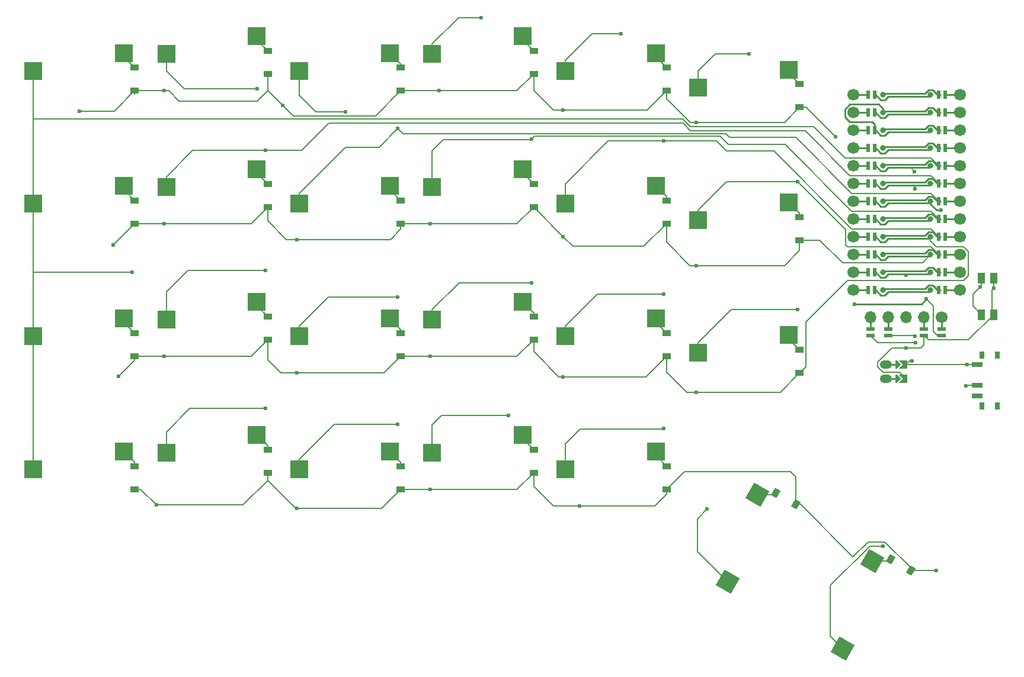
<source format=gbr>
%TF.GenerationSoftware,KiCad,Pcbnew,9.0.2*%
%TF.CreationDate,2025-06-21T10:35:40+08:00*%
%TF.ProjectId,eggada50_wireless_manually_routed,65676761-6461-4353-905f-776972656c65,0.2*%
%TF.SameCoordinates,Original*%
%TF.FileFunction,Copper,L2,Bot*%
%TF.FilePolarity,Positive*%
%FSLAX46Y46*%
G04 Gerber Fmt 4.6, Leading zero omitted, Abs format (unit mm)*
G04 Created by KiCad (PCBNEW 9.0.2) date 2025-06-21 10:35:40*
%MOMM*%
%LPD*%
G01*
G04 APERTURE LIST*
G04 Aperture macros list*
%AMRotRect*
0 Rectangle, with rotation*
0 The origin of the aperture is its center*
0 $1 length*
0 $2 width*
0 $3 Rotation angle, in degrees counterclockwise*
0 Add horizontal line*
21,1,$1,$2,0,0,$3*%
%AMFreePoly0*
4,1,6,0.600000,-1.000000,0.000000,-0.400000,-0.600000,-1.000000,-0.600000,0.250000,0.600000,0.250000,0.600000,-1.000000,0.600000,-1.000000,$1*%
%AMFreePoly1*
4,1,6,0.600000,-0.200000,0.600000,-0.400000,-0.600000,-0.400000,-0.600000,-0.200000,0.000000,0.400000,0.600000,-0.200000,0.600000,-0.200000,$1*%
G04 Aperture macros list end*
%TA.AperFunction,ComponentPad*%
%ADD10O,1.700000X1.700000*%
%TD*%
%TA.AperFunction,ComponentPad*%
%ADD11C,1.700000*%
%TD*%
%TA.AperFunction,SMDPad,CuDef*%
%ADD12R,1.200000X0.600000*%
%TD*%
%TA.AperFunction,SMDPad,CuDef*%
%ADD13R,0.800000X1.000000*%
%TD*%
%TA.AperFunction,SMDPad,CuDef*%
%ADD14R,1.500000X0.700000*%
%TD*%
%TA.AperFunction,SMDPad,CuDef*%
%ADD15R,0.600000X1.200000*%
%TD*%
%TA.AperFunction,ComponentPad*%
%ADD16C,0.800000*%
%TD*%
%TA.AperFunction,SMDPad,CuDef*%
%ADD17FreePoly0,270.000000*%
%TD*%
%TA.AperFunction,ComponentPad*%
%ADD18O,1.750000X1.200000*%
%TD*%
%TA.AperFunction,SMDPad,CuDef*%
%ADD19FreePoly1,270.000000*%
%TD*%
%TA.AperFunction,SMDPad,CuDef*%
%ADD20R,1.000000X1.550000*%
%TD*%
%TA.AperFunction,SMDPad,CuDef*%
%ADD21R,1.200000X0.900000*%
%TD*%
%TA.AperFunction,SMDPad,CuDef*%
%ADD22R,2.550000X2.500000*%
%TD*%
%TA.AperFunction,SMDPad,CuDef*%
%ADD23RotRect,0.900000X1.200000X150.000000*%
%TD*%
%TA.AperFunction,SMDPad,CuDef*%
%ADD24RotRect,2.550000X2.500000X60.000000*%
%TD*%
%TA.AperFunction,ViaPad*%
%ADD25C,0.600000*%
%TD*%
%TA.AperFunction,Conductor*%
%ADD26C,0.200000*%
%TD*%
%TA.AperFunction,Conductor*%
%ADD27C,0.250000*%
%TD*%
G04 APERTURE END LIST*
D10*
%TO.P,DISP1,1*%
%TO.N,DISP1_1*%
X212567000Y-75700000D03*
%TO.P,DISP1,2*%
%TO.N,DISP1_2*%
X215107000Y-75700000D03*
%TO.P,DISP1,3*%
%TO.N,VCC*%
X217647000Y-75700000D03*
%TO.P,DISP1,4*%
%TO.N,DISP1_4*%
X220187000Y-75700000D03*
D11*
%TO.P,DISP1,5*%
%TO.N,DISP1_5*%
X222727000Y-75700000D03*
D12*
%TO.P,DISP1,20*%
%TO.N,CS*%
X222727000Y-78350000D03*
%TO.P,DISP1,21*%
%TO.N,GND*%
X220187000Y-78350000D03*
%TO.P,DISP1,22*%
%TO.N,SCL*%
X215107000Y-78350000D03*
%TO.P,DISP1,23*%
%TO.N,SDA*%
X212567000Y-78350000D03*
%TO.P,DISP1,24*%
%TO.N,DISP1_5*%
X222727000Y-77450000D03*
%TO.P,DISP1,25*%
%TO.N,DISP1_4*%
X220187000Y-77450000D03*
%TO.P,DISP1,26*%
%TO.N,DISP1_2*%
X215107000Y-77450000D03*
%TO.P,DISP1,27*%
%TO.N,DISP1_1*%
X212567000Y-77450000D03*
%TD*%
D13*
%TO.P,PWR1,*%
%TO.N,*%
X228415000Y-81100000D03*
X228415000Y-88400000D03*
X230625000Y-81100000D03*
X230625000Y-88400000D03*
D14*
%TO.P,PWR1,1*%
%TO.N,BAT_P*%
X227765000Y-82500000D03*
%TO.P,PWR1,2*%
%TO.N,RAW*%
X227765000Y-85500000D03*
%TO.P,PWR1,3*%
%TO.N,N/C*%
X227765000Y-87000000D03*
%TD*%
D15*
%TO.P,MCU1,1*%
%TO.N,MCU1_1*%
X223184000Y-43920000D03*
D11*
X225324000Y-43920000D03*
D15*
%TO.P,MCU1,2*%
%TO.N,MCU1_2*%
X223184000Y-46460000D03*
D11*
X225324000Y-46460000D03*
D15*
%TO.P,MCU1,3*%
%TO.N,MCU1_3*%
X223184000Y-49000000D03*
D11*
X225324000Y-49000000D03*
D15*
%TO.P,MCU1,4*%
%TO.N,MCU1_4*%
X223184000Y-51540000D03*
D11*
X225324000Y-51540000D03*
D15*
%TO.P,MCU1,5*%
%TO.N,MCU1_5*%
X223184000Y-54080000D03*
D11*
X225324000Y-54080000D03*
D15*
%TO.P,MCU1,6*%
%TO.N,MCU1_6*%
X223184000Y-56620000D03*
D11*
X225324000Y-56620000D03*
D15*
%TO.P,MCU1,7*%
%TO.N,MCU1_7*%
X223184000Y-59160000D03*
D11*
X225324000Y-59160000D03*
D15*
%TO.P,MCU1,8*%
%TO.N,MCU1_8*%
X223184000Y-61700000D03*
D11*
X225324000Y-61700000D03*
D15*
%TO.P,MCU1,9*%
%TO.N,MCU1_9*%
X223184000Y-64240000D03*
D11*
X225324000Y-64240000D03*
D15*
%TO.P,MCU1,10*%
%TO.N,MCU1_10*%
X223184000Y-66780000D03*
D11*
X225324000Y-66780000D03*
D15*
%TO.P,MCU1,11*%
%TO.N,MCU1_11*%
X223184000Y-69320000D03*
D11*
X225324000Y-69320000D03*
D15*
%TO.P,MCU1,12*%
%TO.N,MCU1_12*%
X223184000Y-71860000D03*
D11*
X225324000Y-71860000D03*
%TO.P,MCU1,13*%
%TO.N,MCU1_13*%
X210084000Y-71860000D03*
D15*
X212224000Y-71860000D03*
D11*
%TO.P,MCU1,14*%
%TO.N,MCU1_14*%
X210084000Y-69320000D03*
D15*
X212224000Y-69320000D03*
D11*
%TO.P,MCU1,15*%
%TO.N,MCU1_15*%
X210084000Y-66780000D03*
D15*
X212224000Y-66780000D03*
D11*
%TO.P,MCU1,16*%
%TO.N,MCU1_16*%
X210084000Y-64240000D03*
D15*
X212224000Y-64240000D03*
D11*
%TO.P,MCU1,17*%
%TO.N,MCU1_17*%
X210084000Y-61700000D03*
D15*
X212224000Y-61700000D03*
D11*
%TO.P,MCU1,18*%
%TO.N,MCU1_18*%
X210084000Y-59160000D03*
D15*
X212224000Y-59160000D03*
D11*
%TO.P,MCU1,19*%
%TO.N,MCU1_19*%
X210084000Y-56620000D03*
D15*
X212224000Y-56620000D03*
D11*
%TO.P,MCU1,20*%
%TO.N,MCU1_20*%
X210084000Y-54080000D03*
D15*
X212224000Y-54080000D03*
D11*
%TO.P,MCU1,21*%
%TO.N,MCU1_21*%
X210084000Y-51540000D03*
D15*
X212224000Y-51540000D03*
D11*
%TO.P,MCU1,22*%
%TO.N,MCU1_22*%
X210084000Y-49000000D03*
D15*
X212224000Y-49000000D03*
D11*
%TO.P,MCU1,23*%
%TO.N,MCU1_23*%
X210084000Y-46460000D03*
D15*
X212224000Y-46460000D03*
D11*
%TO.P,MCU1,24*%
%TO.N,MCU1_24*%
X210084000Y-43920000D03*
D15*
X212224000Y-43920000D03*
%TO.P,MCU1,101*%
%TO.N,LED*%
X213124000Y-43920000D03*
D16*
X221104000Y-43920000D03*
D15*
%TO.P,MCU1,102*%
%TO.N,DAT*%
X213124000Y-46460000D03*
D16*
X221104000Y-46460000D03*
D15*
%TO.P,MCU1,103*%
%TO.N,GND*%
X213124000Y-49000000D03*
D16*
X221104000Y-49000000D03*
D15*
%TO.P,MCU1,104*%
X213124000Y-51540000D03*
D16*
X221104000Y-51540000D03*
D15*
%TO.P,MCU1,105*%
%TO.N,SDA*%
X213124000Y-54080000D03*
D16*
X221104000Y-54080000D03*
D15*
%TO.P,MCU1,106*%
%TO.N,SCL*%
X213124000Y-56620000D03*
D16*
X221104000Y-56620000D03*
D15*
%TO.P,MCU1,107*%
%TO.N,CS*%
X213124000Y-59160000D03*
D16*
X221104000Y-59160000D03*
D15*
%TO.P,MCU1,108*%
%TO.N,R0*%
X213124000Y-61700000D03*
D16*
X221104000Y-61700000D03*
D15*
%TO.P,MCU1,109*%
%TO.N,R1*%
X213124000Y-64240000D03*
D16*
X221104000Y-64240000D03*
D15*
%TO.P,MCU1,110*%
%TO.N,R2*%
X213124000Y-66780000D03*
D16*
X221104000Y-66780000D03*
D15*
%TO.P,MCU1,111*%
%TO.N,R3*%
X213124000Y-69320000D03*
D16*
X221104000Y-69320000D03*
D15*
%TO.P,MCU1,112*%
%TO.N,P9*%
X213124000Y-71860000D03*
D16*
X221104000Y-71860000D03*
%TO.P,MCU1,113*%
%TO.N,P10*%
X214304000Y-71860000D03*
D15*
X222284000Y-71860000D03*
D16*
%TO.P,MCU1,114*%
%TO.N,C6*%
X214304000Y-69320000D03*
D15*
X222284000Y-69320000D03*
D16*
%TO.P,MCU1,115*%
%TO.N,C5*%
X214304000Y-66780000D03*
D15*
X222284000Y-66780000D03*
D16*
%TO.P,MCU1,116*%
%TO.N,C4*%
X214304000Y-64240000D03*
D15*
X222284000Y-64240000D03*
D16*
%TO.P,MCU1,117*%
%TO.N,C3*%
X214304000Y-61700000D03*
D15*
X222284000Y-61700000D03*
D16*
%TO.P,MCU1,118*%
%TO.N,C2*%
X214304000Y-59160000D03*
D15*
X222284000Y-59160000D03*
D16*
%TO.P,MCU1,119*%
%TO.N,C1*%
X214304000Y-56620000D03*
D15*
X222284000Y-56620000D03*
D16*
%TO.P,MCU1,120*%
%TO.N,C0*%
X214304000Y-54080000D03*
D15*
X222284000Y-54080000D03*
D16*
%TO.P,MCU1,121*%
%TO.N,VCC*%
X214304000Y-51540000D03*
D15*
X222284000Y-51540000D03*
D16*
%TO.P,MCU1,122*%
%TO.N,RST*%
X214304000Y-49000000D03*
D15*
X222284000Y-49000000D03*
D16*
%TO.P,MCU1,123*%
%TO.N,GND*%
X214304000Y-46460000D03*
D15*
X222284000Y-46460000D03*
D16*
%TO.P,MCU1,124*%
%TO.N,RAW*%
X214304000Y-43920000D03*
D15*
X222284000Y-43920000D03*
%TD*%
D17*
%TO.P,JST1,1*%
%TO.N,BAT_P*%
X217566000Y-82500000D03*
%TO.P,JST1,2*%
%TO.N,GND*%
X217566000Y-84500000D03*
D18*
%TO.P,JST1,11*%
%TO.N,JST1_1*%
X214750000Y-84500000D03*
%TO.P,JST1,12*%
%TO.N,JST1_2*%
X214750000Y-82500000D03*
D19*
%TO.P,JST1,31*%
%TO.N,JST1_1*%
X216550000Y-84500000D03*
%TO.P,JST1,32*%
%TO.N,JST1_2*%
X216550000Y-82500000D03*
%TD*%
D20*
%TO.P,RST1,1*%
%TO.N,GND*%
X230100000Y-70125000D03*
%TO.P,RST1,2*%
%TO.N,RST*%
X228400000Y-70125000D03*
%TO.P,RST1,3*%
%TO.N,GND*%
X230100000Y-75375000D03*
%TO.P,RST1,4*%
%TO.N,RST*%
X228400000Y-75375000D03*
%TD*%
D21*
%TO.P,D12,1*%
%TO.N,R3*%
X145400000Y-43325000D03*
%TO.P,D12,2*%
%TO.N,ring_top_B*%
X145400000Y-40025000D03*
%TD*%
D22*
%TO.P,S23,1*%
%TO.N,C5*%
X187915000Y-42835000D03*
%TO.P,S23,2*%
%TO.N,inner_top_B*%
X200842000Y-40295000D03*
%TD*%
D21*
%TO.P,D21,1*%
%TO.N,R1*%
X202400000Y-83700000D03*
%TO.P,D21,2*%
%TO.N,inner_bottom_B*%
X202400000Y-80400000D03*
%TD*%
D22*
%TO.P,S22,1*%
%TO.N,C5*%
X187915000Y-61835000D03*
%TO.P,S22,2*%
%TO.N,inner_home_B*%
X200842000Y-59295000D03*
%TD*%
D23*
%TO.P,D24,1*%
%TO.N,R0*%
X201831458Y-102493912D03*
%TO.P,D24,2*%
%TO.N,tucky_default_B*%
X198973574Y-100843912D03*
%TD*%
D21*
%TO.P,D9,1*%
%TO.N,R0*%
X145400000Y-100325000D03*
%TO.P,D9,2*%
%TO.N,ring_mod_B*%
X145400000Y-97025000D03*
%TD*%
%TO.P,D3,1*%
%TO.N,R2*%
X107400000Y-62325000D03*
%TO.P,D3,2*%
%TO.N,outer_home_B*%
X107400000Y-59025000D03*
%TD*%
D22*
%TO.P,S9,1*%
%TO.N,C2*%
X130915000Y-97460000D03*
%TO.P,S9,2*%
%TO.N,ring_mod_B*%
X143842000Y-94920000D03*
%TD*%
%TO.P,S17,1*%
%TO.N,C4*%
X168915000Y-97460000D03*
%TO.P,S17,2*%
%TO.N,index_mod_B*%
X181842000Y-94920000D03*
%TD*%
%TO.P,S7,1*%
%TO.N,C1*%
X111915000Y-57085000D03*
%TO.P,S7,2*%
%TO.N,pinky_home_B*%
X124842000Y-54545000D03*
%TD*%
D21*
%TO.P,D20,1*%
%TO.N,R3*%
X183400000Y-43325000D03*
%TO.P,D20,2*%
%TO.N,index_top_B*%
X183400000Y-40025000D03*
%TD*%
D22*
%TO.P,S10,1*%
%TO.N,C2*%
X130915000Y-78460000D03*
%TO.P,S10,2*%
%TO.N,ring_bottom_B*%
X143842000Y-75920000D03*
%TD*%
%TO.P,S5,1*%
%TO.N,C1*%
X111915000Y-95085000D03*
%TO.P,S5,2*%
%TO.N,pinky_mod_B*%
X124842000Y-92545000D03*
%TD*%
%TO.P,S4,1*%
%TO.N,C0*%
X92915000Y-40460000D03*
%TO.P,S4,2*%
%TO.N,outer_top_B*%
X105842000Y-37920000D03*
%TD*%
%TO.P,S1,1*%
%TO.N,C0*%
X92915000Y-97460000D03*
%TO.P,S1,2*%
%TO.N,outer_mod_B*%
X105842000Y-94920000D03*
%TD*%
D21*
%TO.P,D17,1*%
%TO.N,R0*%
X183400000Y-100325000D03*
%TO.P,D17,2*%
%TO.N,index_mod_B*%
X183400000Y-97025000D03*
%TD*%
D22*
%TO.P,S14,1*%
%TO.N,C3*%
X149915000Y-76085000D03*
%TO.P,S14,2*%
%TO.N,middle_bottom_B*%
X162842000Y-73545000D03*
%TD*%
%TO.P,S13,1*%
%TO.N,C3*%
X149915000Y-95085000D03*
%TO.P,S13,2*%
%TO.N,middle_mod_B*%
X162842000Y-92545000D03*
%TD*%
D21*
%TO.P,D6,1*%
%TO.N,R1*%
X126400000Y-78950000D03*
%TO.P,D6,2*%
%TO.N,pinky_bottom_B*%
X126400000Y-75650000D03*
%TD*%
D22*
%TO.P,S3,1*%
%TO.N,C0*%
X92915000Y-59460000D03*
%TO.P,S3,2*%
%TO.N,outer_home_B*%
X105842000Y-56920000D03*
%TD*%
D21*
%TO.P,D10,1*%
%TO.N,R1*%
X145400000Y-81325000D03*
%TO.P,D10,2*%
%TO.N,ring_bottom_B*%
X145400000Y-78025000D03*
%TD*%
D22*
%TO.P,S15,1*%
%TO.N,C3*%
X149915000Y-57085000D03*
%TO.P,S15,2*%
%TO.N,middle_home_B*%
X162842000Y-54545000D03*
%TD*%
D21*
%TO.P,D15,1*%
%TO.N,R2*%
X164400000Y-59950000D03*
%TO.P,D15,2*%
%TO.N,middle_home_B*%
X164400000Y-56650000D03*
%TD*%
%TO.P,D5,1*%
%TO.N,R0*%
X126400000Y-97950000D03*
%TO.P,D5,2*%
%TO.N,pinky_mod_B*%
X126400000Y-94650000D03*
%TD*%
%TO.P,D22,1*%
%TO.N,R2*%
X202400000Y-64700000D03*
%TO.P,D22,2*%
%TO.N,inner_home_B*%
X202400000Y-61400000D03*
%TD*%
D24*
%TO.P,S25,1*%
%TO.N,C6*%
X208562278Y-123105790D03*
%TO.P,S25,2*%
%TO.N,reachy_default_B*%
X212826074Y-110640680D03*
%TD*%
D22*
%TO.P,S12,1*%
%TO.N,C2*%
X130915000Y-40460000D03*
%TO.P,S12,2*%
%TO.N,ring_top_B*%
X143842000Y-37920000D03*
%TD*%
%TO.P,S21,1*%
%TO.N,C5*%
X187915000Y-80835000D03*
%TO.P,S21,2*%
%TO.N,inner_bottom_B*%
X200842000Y-78295000D03*
%TD*%
D21*
%TO.P,D7,1*%
%TO.N,R2*%
X126400000Y-59950000D03*
%TO.P,D7,2*%
%TO.N,pinky_home_B*%
X126400000Y-56650000D03*
%TD*%
D22*
%TO.P,S16,1*%
%TO.N,C3*%
X149915000Y-38085000D03*
%TO.P,S16,2*%
%TO.N,middle_top_B*%
X162842000Y-35545000D03*
%TD*%
%TO.P,S20,1*%
%TO.N,C4*%
X168915000Y-40460000D03*
%TO.P,S20,2*%
%TO.N,index_top_B*%
X181842000Y-37920000D03*
%TD*%
D24*
%TO.P,S24,1*%
%TO.N,C5*%
X192107795Y-113605790D03*
%TO.P,S24,2*%
%TO.N,tucky_default_B*%
X196371591Y-101140680D03*
%TD*%
D21*
%TO.P,D16,1*%
%TO.N,R3*%
X164400000Y-40950000D03*
%TO.P,D16,2*%
%TO.N,middle_top_B*%
X164400000Y-37650000D03*
%TD*%
D22*
%TO.P,S8,1*%
%TO.N,C1*%
X111915000Y-38085000D03*
%TO.P,S8,2*%
%TO.N,pinky_top_B*%
X124842000Y-35545000D03*
%TD*%
D21*
%TO.P,D18,1*%
%TO.N,R1*%
X183400000Y-81325000D03*
%TO.P,D18,2*%
%TO.N,index_bottom_B*%
X183400000Y-78025000D03*
%TD*%
%TO.P,D23,1*%
%TO.N,R3*%
X202400000Y-45700000D03*
%TO.P,D23,2*%
%TO.N,inner_top_B*%
X202400000Y-42400000D03*
%TD*%
D22*
%TO.P,S2,1*%
%TO.N,C0*%
X92915000Y-78460000D03*
%TO.P,S2,2*%
%TO.N,outer_bottom_B*%
X105842000Y-75920000D03*
%TD*%
D21*
%TO.P,D11,1*%
%TO.N,R2*%
X145400000Y-62325000D03*
%TO.P,D11,2*%
%TO.N,ring_home_B*%
X145400000Y-59025000D03*
%TD*%
D22*
%TO.P,S19,1*%
%TO.N,C4*%
X168915000Y-59460000D03*
%TO.P,S19,2*%
%TO.N,index_home_B*%
X181842000Y-56920000D03*
%TD*%
D21*
%TO.P,D8,1*%
%TO.N,R3*%
X126400000Y-40950000D03*
%TO.P,D8,2*%
%TO.N,pinky_top_B*%
X126400000Y-37650000D03*
%TD*%
D22*
%TO.P,S18,1*%
%TO.N,C4*%
X168915000Y-78460000D03*
%TO.P,S18,2*%
%TO.N,index_bottom_B*%
X181842000Y-75920000D03*
%TD*%
D21*
%TO.P,D4,1*%
%TO.N,R3*%
X107400000Y-43325000D03*
%TO.P,D4,2*%
%TO.N,outer_top_B*%
X107400000Y-40025000D03*
%TD*%
D22*
%TO.P,S6,1*%
%TO.N,C1*%
X111915000Y-76085000D03*
%TO.P,S6,2*%
%TO.N,pinky_bottom_B*%
X124842000Y-73545000D03*
%TD*%
%TO.P,S11,1*%
%TO.N,C2*%
X130915000Y-59460000D03*
%TO.P,S11,2*%
%TO.N,ring_home_B*%
X143842000Y-56920000D03*
%TD*%
D21*
%TO.P,D1,1*%
%TO.N,R0*%
X107400000Y-100325000D03*
%TO.P,D1,2*%
%TO.N,outer_mod_B*%
X107400000Y-97025000D03*
%TD*%
%TO.P,D19,1*%
%TO.N,R2*%
X183400000Y-62325000D03*
%TO.P,D19,2*%
%TO.N,index_home_B*%
X183400000Y-59025000D03*
%TD*%
%TO.P,D2,1*%
%TO.N,R1*%
X107400000Y-81325000D03*
%TO.P,D2,2*%
%TO.N,outer_bottom_B*%
X107400000Y-78025000D03*
%TD*%
%TO.P,D13,1*%
%TO.N,R0*%
X164400000Y-97950000D03*
%TO.P,D13,2*%
%TO.N,middle_mod_B*%
X164400000Y-94650000D03*
%TD*%
%TO.P,D14,1*%
%TO.N,R1*%
X164400000Y-78950000D03*
%TO.P,D14,2*%
%TO.N,middle_bottom_B*%
X164400000Y-75650000D03*
%TD*%
D23*
%TO.P,D25,1*%
%TO.N,R0*%
X218285941Y-111993912D03*
%TO.P,D25,2*%
%TO.N,reachy_default_B*%
X215428057Y-110343912D03*
%TD*%
D25*
%TO.N,C0*%
X106999000Y-69320000D03*
%TO.N,GND*%
X230120000Y-71590000D03*
X217600000Y-80120000D03*
%TO.N,C1*%
X124900000Y-43040000D03*
X126085000Y-88760000D03*
X126085000Y-69060000D03*
X126085000Y-51840000D03*
%TO.N,C2*%
X144999000Y-91020000D03*
X144999000Y-72850000D03*
X144999000Y-48740000D03*
X137480000Y-46330000D03*
%TO.N,C3*%
X156880000Y-32900000D03*
X164085000Y-70830000D03*
X164130000Y-50279000D03*
X160780000Y-89780000D03*
%TO.N,C4*%
X182967000Y-91660000D03*
X176860000Y-35200000D03*
X182967000Y-50510000D03*
X182967000Y-72420000D03*
%TO.N,C5*%
X202085000Y-56360000D03*
X189200000Y-103150000D03*
X202085000Y-74660000D03*
X195170000Y-38050000D03*
%TO.N,C6*%
X214350000Y-108460000D03*
%TO.N,R0*%
X130610000Y-103050000D03*
X149600000Y-100325000D03*
X110490000Y-102590000D03*
X170975000Y-102700000D03*
X221950000Y-111990000D03*
%TO.N,R1*%
X105080000Y-84200000D03*
X111620000Y-81325000D03*
X187610000Y-86450000D03*
X149650000Y-81325000D03*
X168600000Y-84250000D03*
X130600000Y-83700000D03*
%TO.N,R2*%
X104340000Y-65360000D03*
X168615000Y-64165000D03*
X187620000Y-68320000D03*
X130600000Y-64620000D03*
X111600000Y-62325000D03*
X149650000Y-62325000D03*
%TO.N,R3*%
X217610000Y-69725000D03*
X128505000Y-45405000D03*
X99520000Y-46260000D03*
X168590000Y-46120000D03*
X207530000Y-49910000D03*
X111640000Y-43325000D03*
X187630000Y-47830000D03*
X150890000Y-43325000D03*
%TO.N,RAW*%
X226190000Y-85520000D03*
%TO.N,RST*%
X228170000Y-71400000D03*
%TO.N,SDA*%
X218950000Y-79330000D03*
X218811000Y-54869000D03*
%TO.N,SCL*%
X218840000Y-57350000D03*
X218910000Y-78440000D03*
%TO.N,CS*%
X210230000Y-73840000D03*
X220530000Y-73130000D03*
X222570000Y-60420000D03*
%TO.N,BAT_P*%
X226360000Y-82460000D03*
X218490000Y-81960000D03*
%TD*%
D26*
%TO.N,C0*%
X204380000Y-48420000D02*
X204369000Y-48431000D01*
D27*
X220298695Y-53860000D02*
X214524000Y-53860000D01*
D26*
X106989000Y-69310000D02*
X106999000Y-69320000D01*
X204369000Y-48431000D02*
X186813900Y-48431000D01*
X204380000Y-48420000D02*
X208889000Y-52929000D01*
X185722900Y-47340000D02*
X92985000Y-47340000D01*
X221133000Y-52929000D02*
X222284000Y-54080000D01*
D27*
X222479000Y-54080000D02*
X222129305Y-54080000D01*
D26*
X92915000Y-69310000D02*
X92915000Y-97460000D01*
X186813900Y-48431000D02*
X185722900Y-47340000D01*
D27*
X221404305Y-53355000D02*
X220803695Y-53355000D01*
D26*
X92915000Y-47270000D02*
X92985000Y-47340000D01*
X208889000Y-52929000D02*
X221133000Y-52929000D01*
D27*
X222129305Y-54080000D02*
X221404305Y-53355000D01*
D26*
X92915000Y-69310000D02*
X106989000Y-69310000D01*
X92915000Y-47270000D02*
X92915000Y-69310000D01*
D27*
X220803695Y-53355000D02*
X220298695Y-53860000D01*
D26*
X92915000Y-40460000D02*
X92915000Y-47270000D01*
%TO.N,outer_mod_B*%
X107400000Y-96478000D02*
X107400000Y-97025000D01*
X105842000Y-94920000D02*
X107400000Y-96478000D01*
%TO.N,GND*%
X214299794Y-83599000D02*
X213574000Y-82873206D01*
D27*
X208908000Y-47135116D02*
X209596884Y-47824000D01*
X214003695Y-49725000D02*
X214604305Y-49725000D01*
D26*
X213574000Y-82126794D02*
X215580794Y-80120000D01*
D27*
X208908000Y-45972884D02*
X208908000Y-47135116D01*
X214604305Y-52265000D02*
X215099305Y-51770000D01*
D26*
X230120000Y-71590000D02*
X229899000Y-71811000D01*
D27*
X214003695Y-52265000D02*
X214604305Y-52265000D01*
X212798000Y-47824000D02*
X213124000Y-48150000D01*
X212929000Y-49000000D02*
X213278695Y-49000000D01*
X209596884Y-47824000D02*
X212798000Y-47824000D01*
D26*
X220187000Y-78350000D02*
X220788000Y-78951000D01*
D27*
X215099305Y-51770000D02*
X220874000Y-51770000D01*
D26*
X217566000Y-84500000D02*
X216665000Y-83599000D01*
X229899000Y-71811000D02*
X229899000Y-75174000D01*
D27*
X214604305Y-49725000D02*
X215099305Y-49230000D01*
X220803695Y-45735000D02*
X220298695Y-46240000D01*
X213124000Y-48150000D02*
X213124000Y-49000000D01*
X212929000Y-51540000D02*
X213278695Y-51540000D01*
X213278695Y-51540000D02*
X214003695Y-52265000D01*
X214304000Y-45894315D02*
X213693685Y-45284000D01*
D26*
X220788000Y-78951000D02*
X226524000Y-78951000D01*
D27*
X221404305Y-45735000D02*
X220803695Y-45735000D01*
D26*
X216665000Y-83599000D02*
X214299794Y-83599000D01*
X219760000Y-80120000D02*
X217600000Y-80120000D01*
D27*
X209596884Y-45284000D02*
X208908000Y-45972884D01*
X213693685Y-45284000D02*
X209596884Y-45284000D01*
X222479000Y-46460000D02*
X222129305Y-46460000D01*
X213278695Y-49000000D02*
X214003695Y-49725000D01*
D26*
X213574000Y-82873206D02*
X213574000Y-82126794D01*
D27*
X222129305Y-46460000D02*
X221404305Y-45735000D01*
D26*
X220187000Y-79693000D02*
X219760000Y-80120000D01*
X229899000Y-75174000D02*
X230100000Y-75375000D01*
X215580794Y-80120000D02*
X217600000Y-80120000D01*
X226524000Y-78951000D02*
X230100000Y-75375000D01*
D27*
X220298695Y-46240000D02*
X214524000Y-46240000D01*
D26*
X230100000Y-71570000D02*
X230120000Y-71590000D01*
D27*
X214304000Y-46460000D02*
X214304000Y-45894315D01*
X215099305Y-49230000D02*
X220874000Y-49230000D01*
D26*
X230100000Y-70125000D02*
X230100000Y-71570000D01*
X220187000Y-78350000D02*
X220187000Y-79693000D01*
%TO.N,outer_bottom_B*%
X105842000Y-76467000D02*
X107400000Y-78025000D01*
X105842000Y-75920000D02*
X105842000Y-76467000D01*
%TO.N,outer_home_B*%
X105842000Y-57467000D02*
X107400000Y-59025000D01*
X105842000Y-56920000D02*
X105842000Y-57467000D01*
%TO.N,outer_top_B*%
X105842000Y-38467000D02*
X107400000Y-40025000D01*
X105842000Y-37920000D02*
X105842000Y-38467000D01*
%TO.N,C1*%
X115710000Y-51840000D02*
X126085000Y-51840000D01*
X114495108Y-43040000D02*
X124900000Y-43040000D01*
D27*
X220803695Y-55895000D02*
X220298695Y-56400000D01*
D26*
X111915000Y-57085000D02*
X111915000Y-55635000D01*
X111915000Y-38085000D02*
X111915000Y-40459892D01*
X209607240Y-55469000D02*
X221133000Y-55469000D01*
X186829000Y-49049000D02*
X203187240Y-49049000D01*
X221133000Y-55469000D02*
X222284000Y-56620000D01*
X111915000Y-55635000D02*
X115710000Y-51840000D01*
X111915000Y-92105000D02*
X115280000Y-88740000D01*
X185760000Y-47980000D02*
X186829000Y-49049000D01*
X203187240Y-49049000D02*
X209607240Y-55469000D01*
X126085000Y-51840000D02*
X131290000Y-51840000D01*
D27*
X222479000Y-56620000D02*
X222129305Y-56620000D01*
D26*
X114970000Y-69060000D02*
X126085000Y-69060000D01*
D27*
X220298695Y-56400000D02*
X214524000Y-56400000D01*
X222129305Y-56620000D02*
X221404305Y-55895000D01*
D26*
X126065000Y-88740000D02*
X126085000Y-88760000D01*
X131290000Y-51840000D02*
X135150000Y-47980000D01*
X111915000Y-95085000D02*
X111915000Y-92105000D01*
X135150000Y-47980000D02*
X185760000Y-47980000D01*
X115280000Y-88740000D02*
X126065000Y-88740000D01*
X111915000Y-76085000D02*
X111915000Y-72115000D01*
D27*
X221404305Y-55895000D02*
X220803695Y-55895000D01*
D26*
X111915000Y-72115000D02*
X114970000Y-69060000D01*
X111915000Y-40459892D02*
X114495108Y-43040000D01*
%TO.N,pinky_mod_B*%
X124842000Y-92545000D02*
X126400000Y-94103000D01*
X126400000Y-94103000D02*
X126400000Y-94650000D01*
%TO.N,pinky_bottom_B*%
X124842000Y-73545000D02*
X124842000Y-74092000D01*
X124842000Y-74092000D02*
X126400000Y-75650000D01*
%TO.N,pinky_home_B*%
X124842000Y-54545000D02*
X124842000Y-55092000D01*
X124842000Y-55092000D02*
X126400000Y-56650000D01*
%TO.N,pinky_top_B*%
X124842000Y-35545000D02*
X124842000Y-36092000D01*
X124842000Y-36092000D02*
X126400000Y-37650000D01*
D27*
%TO.N,C2*%
X220803695Y-58435000D02*
X220298695Y-58940000D01*
D26*
X192410000Y-50010000D02*
X191850000Y-49450000D01*
X130915000Y-96010000D02*
X135905000Y-91020000D01*
X142319000Y-51420000D02*
X144999000Y-48740000D01*
X209845240Y-58009000D02*
X201846240Y-50010000D01*
X130915000Y-43955000D02*
X133290000Y-46330000D01*
X145709000Y-49450000D02*
X144999000Y-48740000D01*
D27*
X222129305Y-59160000D02*
X221839652Y-58870348D01*
D26*
X130915000Y-40460000D02*
X130915000Y-43955000D01*
D27*
X221839652Y-58870348D02*
X221404305Y-58435000D01*
D26*
X130915000Y-77010000D02*
X135075000Y-72850000D01*
D27*
X221404305Y-58435000D02*
X220803695Y-58435000D01*
X220298695Y-58940000D02*
X214524000Y-58940000D01*
D26*
X130915000Y-78460000D02*
X130915000Y-77010000D01*
X222284000Y-59160000D02*
X221133000Y-58009000D01*
X137505000Y-51420000D02*
X142319000Y-51420000D01*
X191850000Y-49450000D02*
X145709000Y-49450000D01*
D27*
X222479000Y-59160000D02*
X222129305Y-59160000D01*
D26*
X135905000Y-91020000D02*
X144999000Y-91020000D01*
X133290000Y-46330000D02*
X137480000Y-46330000D01*
X135075000Y-72850000D02*
X144999000Y-72850000D01*
X221133000Y-58009000D02*
X209845240Y-58009000D01*
X130915000Y-58010000D02*
X137505000Y-51420000D01*
X201846240Y-50010000D02*
X192410000Y-50010000D01*
X130915000Y-97460000D02*
X130915000Y-96010000D01*
X130915000Y-59460000D02*
X130915000Y-58010000D01*
%TO.N,ring_mod_B*%
X145400000Y-96478000D02*
X145400000Y-97025000D01*
X143842000Y-94920000D02*
X145400000Y-96478000D01*
%TO.N,ring_bottom_B*%
X145400000Y-77478000D02*
X145400000Y-78025000D01*
X143842000Y-75920000D02*
X145400000Y-77478000D01*
%TO.N,ring_home_B*%
X143842000Y-56920000D02*
X143842000Y-57467000D01*
X143842000Y-57467000D02*
X145400000Y-59025000D01*
%TO.N,ring_top_B*%
X143842000Y-37920000D02*
X145400000Y-39478000D01*
X145400000Y-39478000D02*
X145400000Y-40025000D01*
%TO.N,C3*%
X149915000Y-91125000D02*
X151260000Y-89780000D01*
X153730000Y-70820000D02*
X164075000Y-70820000D01*
X151510000Y-50300000D02*
X164109000Y-50300000D01*
X200336240Y-51040000D02*
X192230000Y-51040000D01*
X164558000Y-49851000D02*
X164130000Y-50279000D01*
X149915000Y-38085000D02*
X149915000Y-36635000D01*
X149915000Y-95085000D02*
X149915000Y-91125000D01*
X164109000Y-50300000D02*
X164130000Y-50279000D01*
D27*
X222479000Y-61700000D02*
X222129305Y-61700000D01*
D26*
X153650000Y-32900000D02*
X156880000Y-32900000D01*
D27*
X220298695Y-61480000D02*
X214524000Y-61480000D01*
D26*
X209845240Y-60549000D02*
X200336240Y-51040000D01*
D27*
X221404305Y-60975000D02*
X220803695Y-60975000D01*
D26*
X149915000Y-74635000D02*
X153730000Y-70820000D01*
X222284000Y-61700000D02*
X221133000Y-60549000D01*
X164075000Y-70820000D02*
X164085000Y-70830000D01*
X149915000Y-36635000D02*
X153650000Y-32900000D01*
X149915000Y-57085000D02*
X149915000Y-51895000D01*
X192230000Y-51040000D02*
X191041000Y-49851000D01*
X221133000Y-60549000D02*
X209845240Y-60549000D01*
X149915000Y-76085000D02*
X149915000Y-74635000D01*
D27*
X220803695Y-60975000D02*
X220298695Y-61480000D01*
D26*
X149915000Y-51895000D02*
X151510000Y-50300000D01*
D27*
X222129305Y-61700000D02*
X221404305Y-60975000D01*
D26*
X191041000Y-49851000D02*
X164558000Y-49851000D01*
X151260000Y-89780000D02*
X160780000Y-89780000D01*
%TO.N,middle_mod_B*%
X162842000Y-93092000D02*
X164400000Y-94650000D01*
X162842000Y-92545000D02*
X162842000Y-93092000D01*
%TO.N,middle_bottom_B*%
X164400000Y-75103000D02*
X164400000Y-75650000D01*
X162842000Y-73545000D02*
X164400000Y-75103000D01*
%TO.N,middle_home_B*%
X162842000Y-55092000D02*
X164400000Y-56650000D01*
X162842000Y-54545000D02*
X162842000Y-55092000D01*
%TO.N,middle_top_B*%
X162842000Y-35545000D02*
X162842000Y-36092000D01*
X162842000Y-36092000D02*
X164400000Y-37650000D01*
%TO.N,C4*%
X198726240Y-51970000D02*
X191980000Y-51970000D01*
D27*
X221404305Y-63515000D02*
X220803695Y-63515000D01*
D26*
X221133000Y-63089000D02*
X222284000Y-64240000D01*
X198726240Y-51970000D02*
X209845240Y-63089000D01*
X172725000Y-35200000D02*
X176860000Y-35200000D01*
X209845240Y-63089000D02*
X221133000Y-63089000D01*
X168915000Y-39010000D02*
X172725000Y-35200000D01*
X168915000Y-97460000D02*
X168915000Y-93875000D01*
X168915000Y-40460000D02*
X168915000Y-39010000D01*
X168915000Y-93875000D02*
X171070000Y-91720000D01*
D27*
X220298695Y-64020000D02*
X214524000Y-64020000D01*
D26*
X182907000Y-91720000D02*
X182967000Y-91660000D01*
D27*
X222129305Y-64240000D02*
X221404305Y-63515000D01*
X222479000Y-64240000D02*
X222129305Y-64240000D01*
D26*
X171070000Y-91720000D02*
X182907000Y-91720000D01*
X191980000Y-51970000D02*
X190500000Y-50490000D01*
X190500000Y-50490000D02*
X182987000Y-50490000D01*
X175060000Y-50510000D02*
X182967000Y-50510000D01*
X168915000Y-56655000D02*
X175060000Y-50510000D01*
D27*
X220803695Y-63515000D02*
X220298695Y-64020000D01*
D26*
X182987000Y-50490000D02*
X182967000Y-50510000D01*
X168915000Y-78460000D02*
X168915000Y-77010000D01*
X168915000Y-59460000D02*
X168915000Y-56655000D01*
X173505000Y-72420000D02*
X182967000Y-72420000D01*
X168915000Y-77010000D02*
X173505000Y-72420000D01*
%TO.N,index_mod_B*%
X181842000Y-95467000D02*
X183400000Y-97025000D01*
X181842000Y-94920000D02*
X181842000Y-95467000D01*
%TO.N,index_bottom_B*%
X181842000Y-75920000D02*
X181842000Y-76467000D01*
X181842000Y-76467000D02*
X183400000Y-78025000D01*
%TO.N,index_home_B*%
X183400000Y-58478000D02*
X183400000Y-59025000D01*
X181842000Y-56920000D02*
X183400000Y-58478000D01*
%TO.N,index_top_B*%
X181842000Y-38467000D02*
X183400000Y-40025000D01*
X181842000Y-37920000D02*
X181842000Y-38467000D01*
%TO.N,C5*%
X187770000Y-109267995D02*
X192107795Y-113605790D01*
X190330000Y-38050000D02*
X195170000Y-38050000D01*
X187915000Y-40465000D02*
X190330000Y-38050000D01*
X187915000Y-60385000D02*
X191940000Y-56360000D01*
X187770000Y-104580000D02*
X187770000Y-109267995D01*
D27*
X220298695Y-66560000D02*
X214524000Y-66560000D01*
D26*
X202085000Y-56360000D02*
X208933000Y-63208000D01*
X192640000Y-74660000D02*
X202085000Y-74660000D01*
X208933000Y-63208000D02*
X208933000Y-65355000D01*
X208933000Y-65355000D02*
X209207000Y-65629000D01*
D27*
X221404305Y-66055000D02*
X220803695Y-66055000D01*
D26*
X209207000Y-65629000D02*
X221133000Y-65629000D01*
X187915000Y-80835000D02*
X187915000Y-79385000D01*
X189200000Y-103150000D02*
X187770000Y-104580000D01*
D27*
X222129305Y-66780000D02*
X221404305Y-66055000D01*
D26*
X187915000Y-79385000D02*
X192640000Y-74660000D01*
D27*
X222479000Y-66780000D02*
X222129305Y-66780000D01*
X220803695Y-66055000D02*
X220298695Y-66560000D01*
D26*
X221133000Y-65629000D02*
X222284000Y-66780000D01*
X191940000Y-56360000D02*
X202085000Y-56360000D01*
X187915000Y-42835000D02*
X187915000Y-40465000D01*
X187915000Y-61835000D02*
X187915000Y-60385000D01*
%TO.N,inner_bottom_B*%
X200842000Y-78842000D02*
X202400000Y-80400000D01*
X200842000Y-78295000D02*
X200842000Y-78842000D01*
%TO.N,inner_home_B*%
X200842000Y-59295000D02*
X202400000Y-60853000D01*
X202400000Y-60853000D02*
X202400000Y-61400000D01*
%TO.N,inner_top_B*%
X200842000Y-40842000D02*
X202400000Y-42400000D01*
X200842000Y-40295000D02*
X200842000Y-40842000D01*
%TO.N,tucky_default_B*%
X198676806Y-101140680D02*
X198973574Y-100843912D01*
X196371591Y-101140680D02*
X198676806Y-101140680D01*
%TO.N,C6*%
X206784074Y-121327586D02*
X208562278Y-123105790D01*
X214350000Y-108460000D02*
X212406862Y-108460000D01*
D27*
X221404305Y-68595000D02*
X220803695Y-68595000D01*
D26*
X206784074Y-114082788D02*
X206784074Y-121327586D01*
D27*
X220298695Y-69100000D02*
X214524000Y-69100000D01*
X220803695Y-68595000D02*
X220298695Y-69100000D01*
X222479000Y-69320000D02*
X222129305Y-69320000D01*
D26*
X212406862Y-108460000D02*
X206784074Y-114082788D01*
D27*
X222129305Y-69320000D02*
X221404305Y-68595000D01*
D26*
%TO.N,reachy_default_B*%
X215131289Y-110640680D02*
X215428057Y-110343912D01*
X212826074Y-110640680D02*
X215131289Y-110640680D01*
%TO.N,R0*%
X221676088Y-111993912D02*
X218285941Y-111993912D01*
X201090000Y-97800000D02*
X201090000Y-97830000D01*
X185925000Y-97800000D02*
X201090000Y-97800000D01*
X108225000Y-100325000D02*
X110490000Y-102590000D01*
X221680000Y-111990000D02*
X221676088Y-111993912D01*
X170965000Y-102710000D02*
X170975000Y-102700000D01*
X167210000Y-102710000D02*
X170965000Y-102710000D01*
D27*
X214003695Y-62425000D02*
X214604305Y-62425000D01*
D26*
X107400000Y-100325000D02*
X108225000Y-100325000D01*
D27*
X214604305Y-62425000D02*
X215099305Y-61930000D01*
D26*
X183400000Y-100325000D02*
X185925000Y-97800000D01*
X201090000Y-97830000D02*
X201831458Y-98571458D01*
X126400000Y-97950000D02*
X126400000Y-99060000D01*
X181710000Y-102700000D02*
X183400000Y-101010000D01*
X210020000Y-109990000D02*
X202523912Y-102493912D01*
X202523912Y-102493912D02*
X201831458Y-102493912D01*
X164400000Y-97950000D02*
X164400000Y-99900000D01*
X149600000Y-100325000D02*
X162025000Y-100325000D01*
X201831458Y-98571458D02*
X201831458Y-102493912D01*
X164400000Y-99900000D02*
X167210000Y-102710000D01*
X130390000Y-103050000D02*
X130610000Y-103050000D01*
X214598943Y-107859000D02*
X218285941Y-111545998D01*
D27*
X212929000Y-61700000D02*
X213278695Y-61700000D01*
D26*
X170975000Y-102700000D02*
X181710000Y-102700000D01*
X218285941Y-111545998D02*
X218285941Y-111993912D01*
X214598943Y-107859000D02*
X212151000Y-107859000D01*
X126400000Y-99060000D02*
X130390000Y-103050000D01*
X122870000Y-102590000D02*
X126400000Y-99060000D01*
D27*
X215099305Y-61930000D02*
X220874000Y-61930000D01*
D26*
X162025000Y-100325000D02*
X164400000Y-97950000D01*
X142675000Y-103050000D02*
X145400000Y-100325000D01*
D27*
X213278695Y-61700000D02*
X214003695Y-62425000D01*
D26*
X130610000Y-103050000D02*
X142675000Y-103050000D01*
X212151000Y-107859000D02*
X210020000Y-109990000D01*
X110490000Y-102590000D02*
X122870000Y-102590000D01*
X183400000Y-101010000D02*
X183400000Y-100325000D01*
X221950000Y-111990000D02*
X221680000Y-111990000D01*
X145400000Y-100325000D02*
X149600000Y-100325000D01*
D27*
%TO.N,R1*%
X214003695Y-64965000D02*
X214604305Y-64965000D01*
D26*
X107400000Y-81880000D02*
X107400000Y-81325000D01*
D27*
X215099305Y-64470000D02*
X220874000Y-64470000D01*
D26*
X164400000Y-80670000D02*
X167980000Y-84250000D01*
X226475000Y-69796760D02*
X226475000Y-66303240D01*
X130600000Y-83700000D02*
X128310000Y-83700000D01*
D27*
X214604305Y-64965000D02*
X215099305Y-64470000D01*
D26*
X202400000Y-83700000D02*
X203301000Y-82799000D01*
X203301000Y-82799000D02*
X203301000Y-76409437D01*
X164400000Y-78950000D02*
X164400000Y-80670000D01*
X226475000Y-66303240D02*
X225800760Y-65629000D01*
X111620000Y-81325000D02*
X124025000Y-81325000D01*
X186290000Y-86470000D02*
X186310000Y-86450000D01*
X221104000Y-64805685D02*
X221104000Y-64240000D01*
X126400000Y-81790000D02*
X126400000Y-78950000D01*
X168600000Y-84250000D02*
X180475000Y-84250000D01*
X203301000Y-76409437D02*
X209239437Y-70471000D01*
X209239437Y-70471000D02*
X225800760Y-70471000D01*
X105080000Y-84200000D02*
X107400000Y-81880000D01*
X183400000Y-83580000D02*
X186290000Y-86470000D01*
X164400000Y-78950000D02*
X162025000Y-81325000D01*
X167980000Y-84250000D02*
X168600000Y-84250000D01*
X128310000Y-83700000D02*
X126400000Y-81790000D01*
X183400000Y-81325000D02*
X183400000Y-83580000D01*
X124025000Y-81325000D02*
X126400000Y-78950000D01*
X187610000Y-86450000D02*
X199650000Y-86450000D01*
X107400000Y-81325000D02*
X111620000Y-81325000D01*
X225800760Y-65629000D02*
X221927315Y-65629000D01*
X199650000Y-86450000D02*
X202400000Y-83700000D01*
D27*
X213278695Y-64240000D02*
X214003695Y-64965000D01*
D26*
X145400000Y-81325000D02*
X143025000Y-83700000D01*
X143025000Y-83700000D02*
X130600000Y-83700000D01*
X149650000Y-81325000D02*
X145400000Y-81325000D01*
X162025000Y-81325000D02*
X149650000Y-81325000D01*
X180475000Y-84250000D02*
X183400000Y-81325000D01*
X186310000Y-86450000D02*
X187610000Y-86450000D01*
X225800760Y-70471000D02*
X226475000Y-69796760D01*
D27*
X212929000Y-64240000D02*
X213278695Y-64240000D01*
D26*
X221927315Y-65629000D02*
X221104000Y-64805685D01*
%TO.N,R2*%
X200260000Y-68320000D02*
X202400000Y-66180000D01*
X205279000Y-64700000D02*
X208510000Y-67931000D01*
X170050000Y-65600000D02*
X180125000Y-65600000D01*
X202400000Y-66180000D02*
X202400000Y-64700000D01*
X104340000Y-65360000D02*
X104365000Y-65360000D01*
X124025000Y-62325000D02*
X126400000Y-59950000D01*
X187620000Y-68320000D02*
X200260000Y-68320000D01*
X164400000Y-59950000D02*
X168615000Y-64165000D01*
X208510000Y-67931000D02*
X219953000Y-67931000D01*
X126400000Y-61960000D02*
X129060000Y-64620000D01*
X162025000Y-62325000D02*
X164400000Y-59950000D01*
X186740000Y-68320000D02*
X187620000Y-68320000D01*
D27*
X215099305Y-67010000D02*
X220874000Y-67010000D01*
X214604305Y-67505000D02*
X215099305Y-67010000D01*
D26*
X104365000Y-65360000D02*
X107400000Y-62325000D01*
X130600000Y-64620000D02*
X143920000Y-64620000D01*
X129060000Y-64620000D02*
X130600000Y-64620000D01*
X180125000Y-65600000D02*
X183400000Y-62325000D01*
X107400000Y-62325000D02*
X111600000Y-62325000D01*
X164400000Y-59950000D02*
X164810000Y-59950000D01*
D27*
X214003695Y-67505000D02*
X214604305Y-67505000D01*
X213278695Y-66780000D02*
X214003695Y-67505000D01*
D26*
X183400000Y-64980000D02*
X186740000Y-68320000D01*
X202400000Y-64700000D02*
X205279000Y-64700000D01*
X149650000Y-62325000D02*
X162025000Y-62325000D01*
D27*
X212929000Y-66780000D02*
X213278695Y-66780000D01*
D26*
X126400000Y-59950000D02*
X126400000Y-61960000D01*
X183400000Y-62325000D02*
X183400000Y-64980000D01*
X219953000Y-67931000D02*
X221104000Y-66780000D01*
X168615000Y-64165000D02*
X170050000Y-65600000D01*
X145400000Y-63140000D02*
X145400000Y-62325000D01*
X145400000Y-62325000D02*
X149650000Y-62325000D01*
X143920000Y-64620000D02*
X145400000Y-63140000D01*
X111600000Y-62325000D02*
X124025000Y-62325000D01*
D27*
%TO.N,R3*%
X212929000Y-69320000D02*
X213278695Y-69320000D01*
D26*
X141794000Y-46931000D02*
X145400000Y-43325000D01*
X126400000Y-43300000D02*
X126400000Y-40950000D01*
D27*
X215099305Y-69550000D02*
X220874000Y-69550000D01*
D26*
X162025000Y-43325000D02*
X164400000Y-40950000D01*
X145400000Y-43325000D02*
X150890000Y-43325000D01*
X203320000Y-45700000D02*
X207530000Y-49910000D01*
X164400000Y-43280000D02*
X164400000Y-40950000D01*
X186780000Y-47830000D02*
X187630000Y-47830000D01*
X126400000Y-43300000D02*
X128505000Y-45405000D01*
D27*
X214604305Y-70045000D02*
X215099305Y-69550000D01*
D26*
X107400000Y-43325000D02*
X111640000Y-43325000D01*
X200270000Y-47830000D02*
X202400000Y-45700000D01*
X183400000Y-43325000D02*
X183400000Y-44450000D01*
X168590000Y-46120000D02*
X167240000Y-46120000D01*
X183400000Y-43325000D02*
X180605000Y-46120000D01*
X126400000Y-41040000D02*
X126400000Y-40950000D01*
X187630000Y-47830000D02*
X200270000Y-47830000D01*
X113750000Y-44830000D02*
X124870000Y-44830000D01*
X126400000Y-40950000D02*
X126980000Y-40950000D01*
D27*
X214003695Y-70045000D02*
X214604305Y-70045000D01*
D26*
X99520000Y-46260000D02*
X104465000Y-46260000D01*
X183400000Y-43325000D02*
X183815000Y-43325000D01*
X130031000Y-46931000D02*
X141794000Y-46931000D01*
D27*
X213278695Y-69320000D02*
X214003695Y-70045000D01*
D26*
X202400000Y-45700000D02*
X203320000Y-45700000D01*
X111640000Y-43325000D02*
X112245000Y-43325000D01*
X128505000Y-45405000D02*
X130031000Y-46931000D01*
X107400000Y-43780000D02*
X107400000Y-43325000D01*
X104465000Y-46260000D02*
X107400000Y-43325000D01*
X167240000Y-46120000D02*
X164400000Y-43280000D01*
X150890000Y-43325000D02*
X162025000Y-43325000D01*
X164400000Y-40950000D02*
X164840000Y-40950000D01*
X183400000Y-44450000D02*
X186780000Y-47830000D01*
X112245000Y-43325000D02*
X113750000Y-44830000D01*
X180605000Y-46120000D02*
X168590000Y-46120000D01*
X124870000Y-44830000D02*
X126400000Y-43300000D01*
D27*
%TO.N,RAW*%
X222129305Y-43920000D02*
X221404305Y-43195000D01*
D26*
X227765000Y-85500000D02*
X226210000Y-85500000D01*
D27*
X221404305Y-43195000D02*
X220803695Y-43195000D01*
X222479000Y-43920000D02*
X222129305Y-43920000D01*
X220298695Y-43700000D02*
X214524000Y-43700000D01*
X220803695Y-43195000D02*
X220298695Y-43700000D01*
D26*
X226210000Y-85500000D02*
X226190000Y-85520000D01*
D27*
%TO.N,RST*%
X222129305Y-49000000D02*
X221404305Y-48275000D01*
X220298695Y-48780000D02*
X214524000Y-48780000D01*
X220803695Y-48275000D02*
X220298695Y-48780000D01*
X221404305Y-48275000D02*
X220803695Y-48275000D01*
D26*
X227140000Y-74115000D02*
X228400000Y-75375000D01*
X227140000Y-72430000D02*
X227140000Y-74115000D01*
X228170000Y-71400000D02*
X227140000Y-72430000D01*
X228400000Y-71170000D02*
X228170000Y-71400000D01*
X228400000Y-70125000D02*
X228400000Y-71170000D01*
D27*
X222479000Y-49000000D02*
X222129305Y-49000000D01*
%TO.N,VCC*%
X220803695Y-50815000D02*
X220298695Y-51320000D01*
X222479000Y-51540000D02*
X222129305Y-51540000D01*
X221404305Y-50815000D02*
X220803695Y-50815000D01*
X220298695Y-51320000D02*
X214524000Y-51320000D01*
X222129305Y-51540000D02*
X221404305Y-50815000D01*
%TO.N,P10*%
X222479000Y-71860000D02*
X222129305Y-71860000D01*
X221404305Y-71135000D02*
X220803695Y-71135000D01*
X220298695Y-71640000D02*
X214524000Y-71640000D01*
X220803695Y-71135000D02*
X220298695Y-71640000D01*
X222129305Y-71860000D02*
X221404305Y-71135000D01*
%TO.N,LED*%
X214003695Y-44645000D02*
X214604305Y-44645000D01*
X214604305Y-44645000D02*
X215099305Y-44150000D01*
X213278695Y-43920000D02*
X214003695Y-44645000D01*
X212929000Y-43920000D02*
X213278695Y-43920000D01*
X215099305Y-44150000D02*
X220874000Y-44150000D01*
%TO.N,DAT*%
X212929000Y-46460000D02*
X213278695Y-46460000D01*
X214003695Y-47185000D02*
X214604305Y-47185000D01*
X214604305Y-47185000D02*
X215099305Y-46690000D01*
X213278695Y-46460000D02*
X214003695Y-47185000D01*
X215099305Y-46690000D02*
X220874000Y-46690000D01*
%TO.N,SDA*%
X214604305Y-54805000D02*
X215099305Y-54310000D01*
D26*
X213547000Y-79330000D02*
X218950000Y-79330000D01*
X218252000Y-54310000D02*
X217950000Y-54310000D01*
D27*
X212929000Y-54080000D02*
X213278695Y-54080000D01*
D26*
X212567000Y-78350000D02*
X213547000Y-79330000D01*
D27*
X215099305Y-54310000D02*
X217950000Y-54310000D01*
X217950000Y-54310000D02*
X220874000Y-54310000D01*
X214003695Y-54805000D02*
X214604305Y-54805000D01*
D26*
X218811000Y-54869000D02*
X218252000Y-54310000D01*
D27*
X213278695Y-54080000D02*
X214003695Y-54805000D01*
D26*
%TO.N,SCL*%
X218840000Y-57350000D02*
X218840000Y-56870000D01*
D27*
X214604305Y-57345000D02*
X215099305Y-56850000D01*
D26*
X215107000Y-78350000D02*
X218820000Y-78350000D01*
X218840000Y-56870000D02*
X218860000Y-56850000D01*
D27*
X212929000Y-56620000D02*
X213278695Y-56620000D01*
X214003695Y-57345000D02*
X214604305Y-57345000D01*
X215099305Y-56850000D02*
X218860000Y-56850000D01*
X218860000Y-56850000D02*
X220874000Y-56850000D01*
D26*
X218820000Y-78350000D02*
X218910000Y-78440000D01*
D27*
X213278695Y-56620000D02*
X214003695Y-57345000D01*
D26*
%TO.N,CS*%
X221500000Y-77725000D02*
X221500000Y-74100000D01*
D27*
X212929000Y-59160000D02*
X213278695Y-59160000D01*
X222570000Y-60420000D02*
X222000000Y-60420000D01*
X213278695Y-59160000D02*
X214003695Y-59885000D01*
X221104000Y-59524000D02*
X221104000Y-59160000D01*
D26*
X221500000Y-74100000D02*
X220530000Y-73130000D01*
D27*
X219820000Y-73840000D02*
X210230000Y-73840000D01*
D26*
X222727000Y-78350000D02*
X222125000Y-78350000D01*
D27*
X222000000Y-60420000D02*
X221104000Y-59524000D01*
X214604305Y-59885000D02*
X215099305Y-59390000D01*
X219890000Y-59390000D02*
X220874000Y-59390000D01*
D26*
X222125000Y-78350000D02*
X221500000Y-77725000D01*
D27*
X214003695Y-59885000D02*
X214604305Y-59885000D01*
X220530000Y-73130000D02*
X219820000Y-73840000D01*
X215099305Y-59390000D02*
X219890000Y-59390000D01*
%TO.N,P9*%
X215099305Y-72090000D02*
X220874000Y-72090000D01*
X214604305Y-72585000D02*
X215099305Y-72090000D01*
X213278695Y-71860000D02*
X214003695Y-72585000D01*
X214003695Y-72585000D02*
X214604305Y-72585000D01*
X212929000Y-71860000D02*
X213278695Y-71860000D01*
%TO.N,MCU1_24*%
X210084000Y-43920000D02*
X212204000Y-43920000D01*
%TO.N,MCU1_1*%
X225324000Y-43920000D02*
X223204000Y-43920000D01*
%TO.N,MCU1_23*%
X210084000Y-46460000D02*
X212204000Y-46460000D01*
%TO.N,MCU1_2*%
X225324000Y-46460000D02*
X223204000Y-46460000D01*
%TO.N,MCU1_22*%
X210084000Y-49000000D02*
X212204000Y-49000000D01*
%TO.N,MCU1_3*%
X225324000Y-49000000D02*
X223204000Y-49000000D01*
%TO.N,MCU1_21*%
X210084000Y-51540000D02*
X212204000Y-51540000D01*
%TO.N,MCU1_4*%
X225324000Y-51540000D02*
X223204000Y-51540000D01*
%TO.N,MCU1_20*%
X210084000Y-54080000D02*
X212204000Y-54080000D01*
%TO.N,MCU1_5*%
X225324000Y-54080000D02*
X223204000Y-54080000D01*
%TO.N,MCU1_19*%
X210084000Y-56620000D02*
X212204000Y-56620000D01*
%TO.N,MCU1_6*%
X225324000Y-56620000D02*
X223204000Y-56620000D01*
%TO.N,MCU1_18*%
X210084000Y-59160000D02*
X212204000Y-59160000D01*
%TO.N,MCU1_7*%
X225324000Y-59160000D02*
X223204000Y-59160000D01*
%TO.N,MCU1_17*%
X210084000Y-61700000D02*
X212204000Y-61700000D01*
%TO.N,MCU1_8*%
X225324000Y-61700000D02*
X223204000Y-61700000D01*
%TO.N,MCU1_16*%
X210084000Y-64240000D02*
X212204000Y-64240000D01*
%TO.N,MCU1_9*%
X225324000Y-64240000D02*
X223204000Y-64240000D01*
%TO.N,MCU1_15*%
X210084000Y-66780000D02*
X212204000Y-66780000D01*
%TO.N,MCU1_10*%
X225324000Y-66780000D02*
X223204000Y-66780000D01*
%TO.N,MCU1_14*%
X210084000Y-69320000D02*
X212204000Y-69320000D01*
%TO.N,MCU1_11*%
X225324000Y-69320000D02*
X223204000Y-69320000D01*
%TO.N,MCU1_13*%
X210084000Y-71860000D02*
X212204000Y-71860000D01*
%TO.N,MCU1_12*%
X225324000Y-71860000D02*
X223204000Y-71860000D01*
%TO.N,DISP1_1*%
X212567000Y-75700000D02*
X212567000Y-77450000D01*
%TO.N,DISP1_2*%
X215107000Y-75700000D02*
X215107000Y-77450000D01*
%TO.N,DISP1_4*%
X220187000Y-75700000D02*
X220187000Y-77450000D01*
%TO.N,DISP1_5*%
X222727000Y-75700000D02*
X222727000Y-77450000D01*
D26*
%TO.N,BAT_P*%
X226400000Y-82500000D02*
X226360000Y-82460000D01*
X218106000Y-81960000D02*
X217566000Y-82500000D01*
X226320000Y-82500000D02*
X217566000Y-82500000D01*
X218490000Y-81960000D02*
X218106000Y-81960000D01*
X227765000Y-82500000D02*
X226400000Y-82500000D01*
X226360000Y-82460000D02*
X226320000Y-82500000D01*
D27*
%TO.N,JST1_1*%
X216550000Y-84500000D02*
X214750000Y-84500000D01*
%TO.N,JST1_2*%
X216550000Y-82500000D02*
X214750000Y-82500000D01*
%TD*%
M02*

</source>
